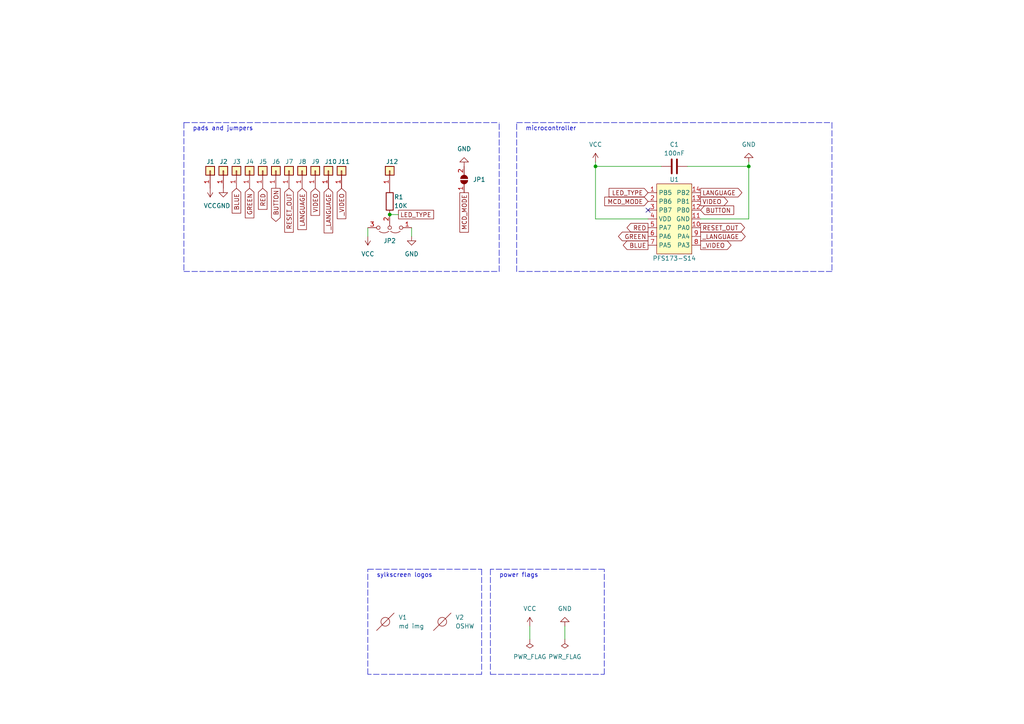
<source format=kicad_sch>
(kicad_sch (version 20211123) (generator eeschema)
  (paper "A4")
  (title_block (title "PIC MD Mod") (date "2022-05-04") (rev "1.0") (company "screwbreaker") (comment 1 "Another switchless mod for MD with a PADAUK microcontroller"))
  (lib_symbols
    (symbol "Connector_Generic:Conn_01x01" (pin_names (offset 1.016) hide)
      (property "Reference" "J" (at 0 2.54 0))
      (property "Value" "Conn_01x01" (at 0 -2.54 0))
      (symbol "Conn_01x01_1_1"
        (rectangle (start -1.27 0.127) (end 0 -0.127) (stroke (width 0.1524)))
        (rectangle (start -1.27 1.27) (end 1.27 -1.27) (stroke (width 0.254)) (fill (type background)))
        (pin passive line (at -5.08 0 0) (length 3.81) (name "Pin_1") (number "1"))
      )
    )
    (symbol "Device:C" (pin_numbers hide) (pin_names (offset 0.254))
      (property "Reference" "C" (at 0.635 2.54 0))
      (property "Value" "C" (at 0.635 -2.54 0))
      (symbol "C_0_1"
        (polyline (pts (xy -2.032 -0.762) (xy 2.032 -0.762)) (stroke (width 0.508)))
        (polyline (pts (xy -2.032 0.762) (xy 2.032 0.762)) (stroke (width 0.508)))
      )
      (symbol "C_1_1"
        (pin passive line (at 0 3.81 270) (length 2.794) (name "~") (number "1"))
        (pin passive line (at 0 -3.81 90) (length 2.794) (name "~") (number "2"))
      )
    )
    (symbol "Device:R" (pin_numbers hide) (pin_names (offset 0))
      (property "Reference" "R" (at 2.032 0 90))
      (property "Value" "R" (at 0 0 90))
      (symbol "R_0_1"
        (rectangle (start -1.016 -2.54) (end 1.016 2.54) (stroke (width 0.254)))
      )
      (symbol "R_1_1"
        (pin passive line (at 0 3.81 270) (length 1.27) (name "~") (number "1"))
        (pin passive line (at 0 -3.81 90) (length 1.27) (name "~") (number "2"))
      )
    )
    (symbol "Jumper:Jumper_3_Open" (pin_names (offset 0) hide)
      (property "Reference" "JP" (at -2.54 -2.54 0))
      (property "Value" "Jumper_3_Open" (at 0 2.794 0))
      (symbol "Jumper_3_Open_0_0"
        (circle (center -3.302 0) (radius 0.508))
        (circle (center 0 0) (radius 0.508))
        (circle (center 3.302 0) (radius 0.508))
      )
      (symbol "Jumper_3_Open_0_1"
        (arc (start -0.254 1.016) (mid -1.651 1.4992) (end -3.048 1.016))
        (polyline (pts (xy 0 -0.508) (xy 0 -1.27)))
        (arc (start 3.048 1.016) (mid 1.651 1.4992) (end 0.254 1.016))
      )
      (symbol "Jumper_3_Open_1_1"
        (pin passive line (at -6.35 0 0) (length 2.54) (name "A") (number "1"))
        (pin passive line (at 0 -3.81 90) (length 2.54) (name "C") (number "2"))
        (pin passive line (at 6.35 0 180) (length 2.54) (name "B") (number "3"))
      )
    )
    (symbol "Jumper:SolderJumper_2_Open" (pin_names (offset 0) hide)
      (property "Reference" "JP" (at 0 2.032 0))
      (property "Value" "SolderJumper_2_Open" (at 0 -2.54 0))
      (symbol "SolderJumper_2_Open_0_1"
        (arc (start -0.254 1.016) (mid -1.27 0) (end -0.254 -1.016))
        (arc (start -0.254 1.016) (mid -1.27 0) (end -0.254 -1.016) (fill (type outline)))
        (polyline (pts (xy -0.254 1.016) (xy -0.254 -1.016)))
        (polyline (pts (xy 0.254 1.016) (xy 0.254 -1.016)))
        (arc (start 0.254 -1.016) (mid 1.27 0) (end 0.254 1.016))
        (arc (start 0.254 -1.016) (mid 1.27 0) (end 0.254 1.016) (fill (type outline)))
      )
      (symbol "SolderJumper_2_Open_1_1"
        (pin passive line (at -3.81 0 0) (length 2.54) (name "A") (number "1"))
        (pin passive line (at 3.81 0 180) (length 2.54) (name "B") (number "2"))
      )
    )
    (symbol "PDK_Library:PFS173-S14"
      (property "Reference" "U" (at 0 11.43 0))
      (property "Value" "PFS173-S14" (at 0 -11.43 0))
      (symbol "PFS173-S14_0_1"
        (rectangle (start -5.08 10.16) (end 5.08 -10.16) (fill (type background)))
      )
      (symbol "PFS173-S14_1_1"
        (pin bidirectional line (at -7.62 7.62 0) (length 2.54) (name "PB5") (number "1"))
        (pin bidirectional line (at 7.62 -2.54 180) (length 2.54) (name "PA0") (number "10"))
        (pin power_in line (at 7.62 0 180) (length 2.54) (name "GND") (number "11"))
        (pin bidirectional line (at 7.62 2.54 180) (length 2.54) (name "PB0") (number "12"))
        (pin bidirectional line (at 7.62 5.08 180) (length 2.54) (name "PB1") (number "13"))
        (pin bidirectional line (at 7.62 7.62 180) (length 2.54) (name "PB2") (number "14"))
        (pin bidirectional line (at -7.62 5.08 0) (length 2.54) (name "PB6") (number "2"))
        (pin bidirectional line (at -7.62 2.54 0) (length 2.54) (name "PB7") (number "3"))
        (pin power_in line (at -7.62 0 0) (length 2.54) (name "VDD") (number "4"))
        (pin bidirectional line (at -7.62 -2.54 0) (length 2.54) (name "PA7") (number "5"))
        (pin bidirectional line (at -7.62 -5.08 0) (length 2.54) (name "PA6") (number "6"))
        (pin bidirectional line (at -7.62 -7.62 0) (length 2.54) (name "PA5") (number "7"))
        (pin bidirectional line (at 7.62 -7.62 180) (length 2.54) (name "PA3") (number "8"))
        (pin bidirectional line (at 7.62 -5.08 180) (length 2.54) (name "PA4") (number "9"))
      )
    )
    (symbol "power:GND" (power) (pin_names (offset 0))
      (property "Value" "GND" (at 0 -3.81 0))
      (symbol "GND_0_1"
        (polyline (pts (xy 0 0) (xy 0 -1.27) (xy 1.27 -1.27) (xy 0 -2.54) (xy -1.27 -1.27) (xy 0 -1.27)))
      )
      (symbol "GND_1_1"
        (pin power_in line (at 0 0 270) (length 0) hide (name "GND") (number "1"))
      )
    )
    (symbol "power:PWR_FLAG" (power) (pin_numbers hide) (pin_names (offset 0) hide)
      (property "Value" "PWR_FLAG" (at 0 3.81 0))
      (symbol "PWR_FLAG_0_0"
        (pin power_out line (at 0 0 90) (length 0) (name "pwr") (number "1"))
      )
      (symbol "PWR_FLAG_0_1"
        (polyline (pts (xy 0 0) (xy 0 1.27) (xy -1.016 1.905) (xy 0 2.54) (xy 1.016 1.905) (xy 0 1.27)))
      )
    )
    (symbol "power:VCC" (power) (pin_names (offset 0))
      (property "Value" "VCC" (at 0 3.81 0))
      (symbol "VCC_0_1"
        (polyline (pts (xy -0.762 1.27) (xy 0 2.54)))
        (polyline (pts (xy 0 0) (xy 0 2.54)))
        (polyline (pts (xy 0 2.54) (xy 0.762 1.27)))
      )
      (symbol "VCC_1_1"
        (pin power_in line (at 0 0 90) (length 0) hide (name "VCC") (number "1"))
      )
    )
    (symbol "void:void"
      (property "Reference" "V" (at 0 3.81 0))
      (property "Value" "void" (at 0 -3.81 0))
      (symbol "void_0_1"
        (polyline (pts (xy -2.54 -2.54) (xy 2.54 2.54)))
        (circle (center 0 0) (radius 1.27))
      )
    )
  )
  (junction (at 113.03 62.23))
  (junction (at 217.17 48.26))
  (junction (at 172.72 48.26))
  (no_connect (at 187.96 60.96))
  (polyline (pts (xy 53.34 78.74) (xy 144.78 78.74)))
  (wire (pts (xy 217.17 48.26) (xy 217.17 63.5)))
  (polyline (pts (xy 142.24 165.1) (xy 142.24 195.58)))
  (polyline (pts (xy 241.3 78.74) (xy 149.86 78.74)))
  (polyline (pts (xy 106.68 195.58) (xy 106.68 165.1)))
  (wire (pts (xy 217.17 48.26) (xy 217.17 46.99)))
  (wire (pts (xy 113.03 62.23) (xy 115.57 62.23)))
  (wire (pts (xy 153.67 181.61) (xy 153.67 185.42)))
  (polyline (pts (xy 53.34 35.56) (xy 144.78 35.56)))
  (polyline (pts (xy 175.26 165.1) (xy 142.24 165.1)))
  (wire (pts (xy 172.72 48.26) (xy 172.72 46.99)))
  (polyline (pts (xy 144.78 78.74) (xy 144.78 35.56)))
  (polyline (pts (xy 175.26 195.58) (xy 175.26 165.1)))
  (polyline (pts (xy 241.3 35.56) (xy 241.3 78.74)))
  (wire (pts (xy 172.72 48.26) (xy 191.77 48.26)))
  (wire (pts (xy 217.17 63.5) (xy 203.2 63.5)))
  (polyline (pts (xy 106.68 165.1) (xy 139.7 165.1)))
  (polyline (pts (xy 149.86 78.74) (xy 149.86 35.56)))
  (wire (pts (xy 172.72 63.5) (xy 187.96 63.5)))
  (polyline (pts (xy 142.24 195.58) (xy 175.26 195.58)))
  (wire (pts (xy 163.83 181.61) (xy 163.83 185.42)))
  (wire (pts (xy 199.39 48.26) (xy 217.17 48.26)))
  (polyline (pts (xy 139.7 165.1) (xy 139.7 195.58)))
  (polyline (pts (xy 149.86 35.56) (xy 241.3 35.56)))
  (polyline (pts (xy 139.7 195.58) (xy 106.68 195.58)))
  (polyline (pts (xy 53.34 35.56) (xy 53.34 78.74)))
  (wire (pts (xy 106.68 66.04) (xy 106.68 68.58)))
  (wire (pts (xy 172.72 48.26) (xy 172.72 63.5)))
  (wire (pts (xy 119.38 66.04) (xy 119.38 68.58)))
  (text "microcontroller" (at 152.4 38.1 0) (effects (font (size 1.27 1.27)) (justify left bottom)))
  (text "pads and jumpers" (at 55.88 38.1 0) (effects (font (size 1.27 1.27)) (justify left bottom)))
  (text "sylkscreen logos" (at 109.22 167.64 0) (effects (font (size 1.27 1.27)) (justify left bottom)))
  (text "power flags" (at 144.78 167.64 0) (effects (font (size 1.27 1.27)) (justify left bottom)))
  (global_label "_LANGUAGE" (shape output) (at 203.2 68.58 0) (property "Riferimenti inter-foglio" "${INTERSHEET_REFS}" (effects hide)))
  (global_label "VIDEO" (shape output) (at 203.2 58.42 0) (property "Riferimenti inter-foglio" "${INTERSHEET_REFS}" (effects hide)))
  (global_label "VIDEO" (shape input) (at 91.44 54.61 270) (property "Riferimenti inter-foglio" "${INTERSHEET_REFS}" (effects hide)))
  (global_label "LED_TYPE" (shape input) (at 187.96 55.88 180) (property "Riferimenti inter-foglio" "${INTERSHEET_REFS}" (effects hide)))
  (global_label "RESET_OUT" (shape output) (at 203.2 66.04 0) (property "Riferimenti inter-foglio" "${INTERSHEET_REFS}" (effects hide)))
  (global_label "BUTTON" (shape input) (at 203.2 60.96 0) (property "Riferimenti inter-foglio" "${INTERSHEET_REFS}" (effects hide)))
  (global_label "MCD_MODE" (shape passive) (at 134.62 55.88 270) (property "Riferimenti inter-foglio" "${INTERSHEET_REFS}" (effects hide)))
  (global_label "LANGUAGE" (shape output) (at 203.2 55.88 0) (property "Riferimenti inter-foglio" "${INTERSHEET_REFS}" (effects hide)))
  (global_label "BLUE" (shape output) (at 187.96 71.12 180) (property "Riferimenti inter-foglio" "${INTERSHEET_REFS}" (effects hide)))
  (global_label "RED" (shape output) (at 187.96 66.04 180) (property "Riferimenti inter-foglio" "${INTERSHEET_REFS}" (effects hide)))
  (global_label "MCD_MODE" (shape input) (at 187.96 58.42 180) (property "Riferimenti inter-foglio" "${INTERSHEET_REFS}" (effects hide)))
  (global_label "GREEN" (shape input) (at 72.39 54.61 270) (property "Riferimenti inter-foglio" "${INTERSHEET_REFS}" (effects hide)))
  (global_label "LED_TYPE" (shape passive) (at 115.57 62.23 0) (property "Riferimenti inter-foglio" "${INTERSHEET_REFS}" (effects hide)))
  (global_label "GREEN" (shape output) (at 187.96 68.58 180) (property "Riferimenti inter-foglio" "${INTERSHEET_REFS}" (effects hide)))
  (global_label "_VIDEO" (shape input) (at 99.06 54.61 270) (property "Riferimenti inter-foglio" "${INTERSHEET_REFS}" (effects hide)))
  (global_label "RESET_OUT" (shape input) (at 83.82 54.61 270) (property "Riferimenti inter-foglio" "${INTERSHEET_REFS}" (effects hide)))
  (global_label "_VIDEO" (shape output) (at 203.2 71.12 0) (property "Riferimenti inter-foglio" "${INTERSHEET_REFS}" (effects hide)))
  (global_label "BLUE" (shape input) (at 68.58 54.61 270) (property "Riferimenti inter-foglio" "${INTERSHEET_REFS}" (effects hide)))
  (global_label "LANGUAGE" (shape input) (at 87.63 54.61 270) (property "Riferimenti inter-foglio" "${INTERSHEET_REFS}" (effects hide)))
  (global_label "BUTTON" (shape output) (at 80.01 54.61 270) (property "Riferimenti inter-foglio" "${INTERSHEET_REFS}" (effects hide)))
  (global_label "RED" (shape input) (at 76.2 54.61 270) (property "Riferimenti inter-foglio" "${INTERSHEET_REFS}" (effects hide)))
  (global_label "_LANGUAGE" (shape input) (at 95.25 54.61 270) (property "Riferimenti inter-foglio" "${INTERSHEET_REFS}" (effects hide)))
  (symbol (lib_id "Connector_Generic:Conn_01x01") (at 72.39 49.53 90) (unit 1) (in_bom no)
    (property "Reference" "J4" (at 71.2724 46.8884 90) (effects (justify right)))
    (property "Value" "Conn_01x01" (effects hide))
    (property "Footprint" "footprints:pad" (effects hide))
  )
  (symbol (lib_id "Connector_Generic:Conn_01x01") (at 60.96 49.53 90) (unit 1) (in_bom no)
    (property "Reference" "J1" (at 59.8424 46.8884 90) (effects (justify right)))
    (property "Value" "Conn_01x01" (effects hide))
    (property "Footprint" "footprints:pad" (effects hide))
  )
  (symbol (lib_id "Device:R") (at 113.03 58.42 0) (unit 1)
    (property "Reference" "R1" (at 114.3 57.15 0) (effects (justify left)))
    (property "Value" "10K" (at 114.3 59.69 0) (effects (justify left)))
    (property "Footprint" "Resistor_SMD:R_0805_2012Metric_Pad1.20x1.40mm_HandSolder" (effects hide))
    (property "Datasheet" "https://www.tme.eu/Document/4f50d320a6ddacb273098f84373b6259/rezystor-smd.pdf" (effects hide))
    (property "Manufacturer" " ROYAL OHM" (effects hide))
    (property "Manufacturer_Part_Number" " 0805S8J0103T5E" (effects hide))
    (property "Description" "Resistore: thick film; SMD; 0805; 10kΩ; 0,125W; ±5%; -55÷125°C " (effects hide))
    (property "Package" "0805" (effects hide))
  )
  (symbol (lib_id "Connector_Generic:Conn_01x01") (at 80.01 49.53 90) (unit 1) (in_bom no)
    (property "Reference" "J6" (at 78.8924 46.8884 90) (effects (justify right)))
    (property "Value" "Conn_01x01" (effects hide))
    (property "Footprint" "footprints:pad" (effects hide))
  )
  (symbol (lib_id "Connector_Generic:Conn_01x01") (at 76.2 49.53 90) (unit 1) (in_bom no)
    (property "Reference" "J5" (at 75.0824 46.8884 90) (effects (justify right)))
    (property "Value" "Conn_01x01" (effects hide))
    (property "Footprint" "footprints:pad" (effects hide))
  )
  (symbol (lib_id "power:PWR_FLAG") (at 163.83 185.42 180) (unit 1)
    (property "Reference" "#FLG0101" (effects hide))
    (property "Value" "PWR_FLAG" (at 163.83 190.5 0))
  )
  (symbol (lib_id "power:VCC") (at 153.67 181.61 0) (unit 1)
    (property "Reference" "#PWR0106" (effects hide))
    (property "Value" "VCC" (at 153.67 176.53 0))
  )
  (symbol (lib_id "Connector_Generic:Conn_01x01") (at 113.03 49.53 90) (unit 1) (in_bom no)
    (property "Reference" "J12" (at 111.9124 46.8884 90) (effects (justify right)))
    (property "Value" "Conn_01x01" (effects hide))
    (property "Footprint" "footprints:pad" (effects hide))
  )
  (symbol (lib_id "void:void") (at 111.76 180.34 0) (unit 1) (in_bom no)
    (property "Reference" "V1" (at 115.57 179.0699 0) (effects (justify left)))
    (property "Value" "md img" (at 115.57 181.6099 0) (effects (justify left)))
    (property "Footprint" "footprints:md_pic" (effects hide))
  )
  (symbol (lib_id "Jumper:Jumper_3_Open") (at 113.03 66.04 180) (unit 1) (in_bom no)
    (property "Reference" "JP2" (at 113.03 69.85 0))
    (property "Value" "Jumper_3_Open" (effects hide))
    (property "Footprint" "Jumper:SolderJumper-3_P2.0mm_Open_TrianglePad1.0x1.5mm" (effects hide))
  )
  (symbol (lib_id "Device:C") (at 195.58 48.26 90) (unit 1)
    (property "Reference" "C1" (at 195.58 41.91 90))
    (property "Value" "100nF" (at 195.58 44.45 90))
    (property "Footprint" "Capacitor_SMD:C_0805_2012Metric_Pad1.18x1.45mm_HandSolder" (effects hide))
    (property "Datasheet" "https://www.tme.eu/Document/fbb9415081fcefba62c0f8bbf5b21210/UPY-GPHC_X7R_6.3V-to-50V_20.pdf" (effects hide))
    (property "Manufacturer" "Yaego" (effects hide))
    (property "Manufacturer_Part_Number" " CC0805KRX7R9BB104" (effects hide))
    (property "Description" "Condensatore: in ceramica; MLCC; 100nF; 50V; X7R; ±10%; SMD; 0805 " (effects hide))
    (property "Package" "0805" (effects hide))
  )
  (symbol (lib_id "Connector_Generic:Conn_01x01") (at 68.58 49.53 90) (unit 1) (in_bom no)
    (property "Reference" "J3" (at 67.4624 46.8884 90) (effects (justify right)))
    (property "Value" "Conn_01x01" (effects hide))
    (property "Footprint" "footprints:pad" (effects hide))
  )
  (symbol (lib_id "power:PWR_FLAG") (at 153.67 185.42 180) (unit 1)
    (property "Reference" "#FLG0102" (effects hide))
    (property "Value" "PWR_FLAG" (at 153.67 190.5 0))
  )
  (symbol (lib_id "power:VCC") (at 106.68 68.58 180) (unit 1)
    (property "Reference" "#PWR0108" (effects hide))
    (property "Value" "VCC" (at 106.68 73.66 0))
  )
  (symbol (lib_id "power:GND") (at 163.83 181.61 180) (unit 1)
    (property "Reference" "#PWR0107" (effects hide))
    (property "Value" "GND" (at 163.83 176.53 0))
  )
  (symbol (lib_id "Connector_Generic:Conn_01x01") (at 99.06 49.53 90) (unit 1) (in_bom no)
    (property "Reference" "J11" (at 97.9424 46.8884 90) (effects (justify right)))
    (property "Value" "Conn_01x01" (effects hide))
    (property "Footprint" "footprints:pad" (effects hide))
  )
  (symbol (lib_id "power:GND") (at 134.62 48.26 180) (unit 1)
    (property "Reference" "#PWR0103" (effects hide))
    (property "Value" "GND" (at 134.62 43.18 0))
  )
  (symbol (lib_id "Connector_Generic:Conn_01x01") (at 64.77 49.53 90) (unit 1) (in_bom no)
    (property "Reference" "J2" (at 63.6524 46.8884 90) (effects (justify right)))
    (property "Value" "Conn_01x01" (effects hide))
    (property "Footprint" "footprints:pad" (effects hide))
  )
  (symbol (lib_id "Connector_Generic:Conn_01x01") (at 91.44 49.53 90) (unit 1) (in_bom no)
    (property "Reference" "J9" (at 90.3224 46.8884 90) (effects (justify right)))
    (property "Value" "Conn_01x01" (effects hide))
    (property "Footprint" "footprints:pad" (effects hide))
  )
  (symbol (lib_id "power:GND") (at 217.17 46.99 180) (unit 1)
    (property "Reference" "#PWR0105" (effects hide))
    (property "Value" "GND" (at 217.17 41.91 0))
  )
  (symbol (lib_id "power:GND") (at 119.38 68.58 0) (unit 1)
    (property "Reference" "#PWR0109" (effects hide))
    (property "Value" "GND" (at 119.38 73.66 0))
  )
  (symbol (lib_id "Connector_Generic:Conn_01x01") (at 83.82 49.53 90) (unit 1) (in_bom no)
    (property "Reference" "J7" (at 82.7024 46.8884 90) (effects (justify right)))
    (property "Value" "Conn_01x01" (effects hide))
    (property "Footprint" "footprints:pad" (effects hide))
  )
  (symbol (lib_id "Connector_Generic:Conn_01x01") (at 87.63 49.53 90) (unit 1) (in_bom no)
    (property "Reference" "J8" (at 86.5124 46.8884 90) (effects (justify right)))
    (property "Value" "Conn_01x01" (effects hide))
    (property "Footprint" "footprints:pad" (effects hide))
  )
  (symbol (lib_id "Jumper:SolderJumper_2_Open") (at 134.62 52.07 90) (unit 1) (in_bom no)
    (property "Reference" "JP1" (at 137.16 52.0699 90) (effects (justify right)))
    (property "Value" "SolderJumper_2_Open" (effects hide))
    (property "Footprint" "Jumper:SolderJumper-2_P1.3mm_Open_TrianglePad1.0x1.5mm" (effects hide))
  )
  (symbol (lib_id "power:VCC") (at 172.72 46.99 0) (unit 1)
    (property "Reference" "#PWR0104" (effects hide))
    (property "Value" "VCC" (at 172.72 41.91 0))
  )
  (symbol (lib_id "void:void") (at 128.27 180.34 0) (unit 1) (in_bom no)
    (property "Reference" "V2" (at 132.08 179.0699 0) (effects (justify left)))
    (property "Value" "OSHW" (at 132.08 181.6099 0) (effects (justify left)))
    (property "Footprint" "footprints:OSHW" (effects hide))
  )
  (symbol (lib_id "Connector_Generic:Conn_01x01") (at 95.25 49.53 90) (unit 1) (in_bom no)
    (property "Reference" "J10" (at 94.1324 46.8884 90) (effects (justify right)))
    (property "Value" "Conn_01x01" (effects hide))
    (property "Footprint" "footprints:pad" (effects hide))
  )
  (symbol (lib_id "PDK_Library:PFS173-S14") (at 195.58 63.5 0) (unit 1)
    (property "Reference" "U1" (at 195.58 52.07 0))
    (property "Value" "PFS173-S14" (at 195.58 74.93 0))
    (property "Footprint" "Package_SO:SO-14_3.9x8.65mm_P1.27mm" (effects hide))
    (property "Datasheet" "http://www.padauk.com.tw/upload/doc/PFS173%20datasheet_v105_EN_20200619.pdf" (effects hide))
    (property "Manufacturer" "PADAUK" (effects hide))
    (property "Manufacturer_Part_Number" "PFS173-S14" (effects hide))
    (property "Description" "PFS173-S14 PADAUK Microcontrollers - MCU" (effects hide))
    (property "Package" "SO14" (effects hide))
  )
  (symbol (lib_id "power:VCC") (at 60.96 54.61 180) (unit 1)
    (property "Reference" "#PWR0101" (effects hide))
    (property "Value" "VCC" (at 60.96 59.69 0))
  )
  (symbol (lib_id "power:GND") (at 64.77 54.61 0) (unit 1)
    (property "Reference" "#PWR0102" (effects hide))
    (property "Value" "GND" (at 64.77 59.69 0))
  )
)
</source>
